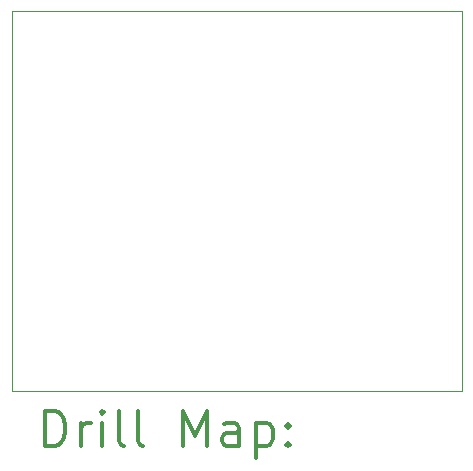
<source format=gbr>
%FSLAX45Y45*%
G04 Gerber Fmt 4.5, Leading zero omitted, Abs format (unit mm)*
G04 Created by KiCad (PCBNEW (5.1.2)-1) date 2022-03-08 20:03:51*
%MOMM*%
%LPD*%
G04 APERTURE LIST*
%ADD10C,0.050000*%
%ADD11C,0.200000*%
%ADD12C,0.300000*%
G04 APERTURE END LIST*
D10*
X22733000Y-8407400D02*
X18923000Y-8407400D01*
X22733000Y-11620500D02*
X22733000Y-8407400D01*
X18923000Y-11620500D02*
X22733000Y-11620500D01*
X18923000Y-8407400D02*
X18923000Y-11620500D01*
D11*
D12*
X19206928Y-12088714D02*
X19206928Y-11788714D01*
X19278357Y-11788714D01*
X19321214Y-11803000D01*
X19349786Y-11831571D01*
X19364071Y-11860143D01*
X19378357Y-11917286D01*
X19378357Y-11960143D01*
X19364071Y-12017286D01*
X19349786Y-12045857D01*
X19321214Y-12074429D01*
X19278357Y-12088714D01*
X19206928Y-12088714D01*
X19506928Y-12088714D02*
X19506928Y-11888714D01*
X19506928Y-11945857D02*
X19521214Y-11917286D01*
X19535500Y-11903000D01*
X19564071Y-11888714D01*
X19592643Y-11888714D01*
X19692643Y-12088714D02*
X19692643Y-11888714D01*
X19692643Y-11788714D02*
X19678357Y-11803000D01*
X19692643Y-11817286D01*
X19706928Y-11803000D01*
X19692643Y-11788714D01*
X19692643Y-11817286D01*
X19878357Y-12088714D02*
X19849786Y-12074429D01*
X19835500Y-12045857D01*
X19835500Y-11788714D01*
X20035500Y-12088714D02*
X20006928Y-12074429D01*
X19992643Y-12045857D01*
X19992643Y-11788714D01*
X20378357Y-12088714D02*
X20378357Y-11788714D01*
X20478357Y-12003000D01*
X20578357Y-11788714D01*
X20578357Y-12088714D01*
X20849786Y-12088714D02*
X20849786Y-11931571D01*
X20835500Y-11903000D01*
X20806928Y-11888714D01*
X20749786Y-11888714D01*
X20721214Y-11903000D01*
X20849786Y-12074429D02*
X20821214Y-12088714D01*
X20749786Y-12088714D01*
X20721214Y-12074429D01*
X20706928Y-12045857D01*
X20706928Y-12017286D01*
X20721214Y-11988714D01*
X20749786Y-11974429D01*
X20821214Y-11974429D01*
X20849786Y-11960143D01*
X20992643Y-11888714D02*
X20992643Y-12188714D01*
X20992643Y-11903000D02*
X21021214Y-11888714D01*
X21078357Y-11888714D01*
X21106928Y-11903000D01*
X21121214Y-11917286D01*
X21135500Y-11945857D01*
X21135500Y-12031571D01*
X21121214Y-12060143D01*
X21106928Y-12074429D01*
X21078357Y-12088714D01*
X21021214Y-12088714D01*
X20992643Y-12074429D01*
X21264071Y-12060143D02*
X21278357Y-12074429D01*
X21264071Y-12088714D01*
X21249786Y-12074429D01*
X21264071Y-12060143D01*
X21264071Y-12088714D01*
X21264071Y-11903000D02*
X21278357Y-11917286D01*
X21264071Y-11931571D01*
X21249786Y-11917286D01*
X21264071Y-11903000D01*
X21264071Y-11931571D01*
M02*

</source>
